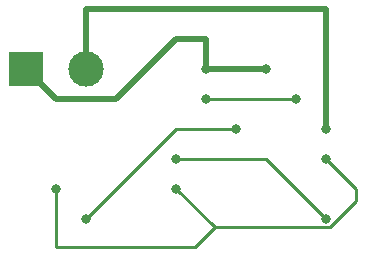
<source format=gbr>
%TF.GenerationSoftware,KiCad,Pcbnew,(6.0.10)*%
%TF.CreationDate,2023-02-17T12:11:39-08:00*%
%TF.ProjectId,exercise2,65786572-6369-4736-9532-2e6b69636164,rev?*%
%TF.SameCoordinates,Original*%
%TF.FileFunction,Copper,L2,Bot*%
%TF.FilePolarity,Positive*%
%FSLAX46Y46*%
G04 Gerber Fmt 4.6, Leading zero omitted, Abs format (unit mm)*
G04 Created by KiCad (PCBNEW (6.0.10)) date 2023-02-17 12:11:39*
%MOMM*%
%LPD*%
G01*
G04 APERTURE LIST*
%TA.AperFunction,ComponentPad*%
%ADD10R,3.000000X3.000000*%
%TD*%
%TA.AperFunction,ComponentPad*%
%ADD11C,3.000000*%
%TD*%
%TA.AperFunction,ViaPad*%
%ADD12C,0.800000*%
%TD*%
%TA.AperFunction,Conductor*%
%ADD13C,0.250000*%
%TD*%
%TA.AperFunction,Conductor*%
%ADD14C,0.508000*%
%TD*%
G04 APERTURE END LIST*
D10*
%TO.P,J1,1,Pin_1*%
%TO.N,/GND*%
X132080000Y-93980000D03*
D11*
%TO.P,J1,2,Pin_2*%
%TO.N,/9V*%
X137160000Y-93980000D03*
%TD*%
D12*
%TO.N,/pin_2*%
X137160000Y-106680000D03*
X149860000Y-99060000D03*
%TO.N,/GND*%
X152400000Y-93980000D03*
X147320000Y-93980000D03*
%TO.N,Net-(C2-Pad1)*%
X144780000Y-101600000D03*
X157480000Y-106680000D03*
%TO.N,/9V*%
X157480000Y-99060000D03*
%TO.N,Net-(D2-Pad2)*%
X147320000Y-96520000D03*
X154940000Y-96520000D03*
%TO.N,/pin_7*%
X157480000Y-101600000D03*
X134620000Y-104140000D03*
X144780000Y-104140000D03*
%TD*%
D13*
%TO.N,/pin_2*%
X149860000Y-99060000D02*
X144780000Y-99060000D01*
X144780000Y-99060000D02*
X137160000Y-106680000D01*
D14*
%TO.N,/GND*%
X147320000Y-91440000D02*
X144780000Y-91440000D01*
X152400000Y-93980000D02*
X147320000Y-93980000D01*
X147320000Y-93980000D02*
X147320000Y-91440000D01*
X144780000Y-91440000D02*
X139700000Y-96520000D01*
X134620000Y-96520000D02*
X132080000Y-93980000D01*
X139700000Y-96520000D02*
X134620000Y-96520000D01*
D13*
%TO.N,Net-(C2-Pad1)*%
X152400000Y-101600000D02*
X144780000Y-101600000D01*
X157480000Y-106680000D02*
X152400000Y-101600000D01*
D14*
%TO.N,/9V*%
X157480000Y-88900000D02*
X137160000Y-88900000D01*
X157480000Y-99060000D02*
X157480000Y-88900000D01*
X137160000Y-88900000D02*
X137160000Y-93980000D01*
D13*
%TO.N,Net-(D2-Pad2)*%
X154940000Y-96520000D02*
X147320000Y-96520000D01*
%TO.N,/pin_7*%
X146355000Y-109095000D02*
X134620000Y-109095000D01*
X160020000Y-104140000D02*
X160020000Y-105165305D01*
X148045000Y-107405000D02*
X146355000Y-109095000D01*
X157480000Y-101600000D02*
X160020000Y-104140000D01*
X148045000Y-107405000D02*
X144780000Y-104140000D01*
X134620000Y-109095000D02*
X134620000Y-104140000D01*
X157780305Y-107405000D02*
X148045000Y-107405000D01*
X160020000Y-105165305D02*
X157780305Y-107405000D01*
%TD*%
M02*

</source>
